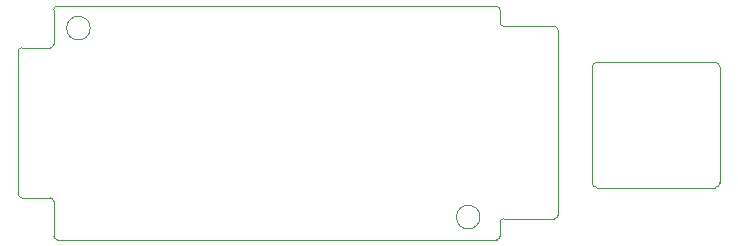
<source format=gm1>
G04 #@! TF.GenerationSoftware,KiCad,Pcbnew,(6.0.1)*
G04 #@! TF.CreationDate,2023-03-18T21:32:40+01:00*
G04 #@! TF.ProjectId,usb-magnetometer,7573622d-6d61-4676-9e65-746f6d657465,rev?*
G04 #@! TF.SameCoordinates,Original*
G04 #@! TF.FileFunction,Profile,NP*
%FSLAX46Y46*%
G04 Gerber Fmt 4.6, Leading zero omitted, Abs format (unit mm)*
G04 Created by KiCad (PCBNEW (6.0.1)) date 2023-03-18 21:32:40*
%MOMM*%
%LPD*%
G01*
G04 APERTURE LIST*
G04 #@! TA.AperFunction,Profile*
%ADD10C,0.100000*%
G04 #@! TD*
G04 APERTURE END LIST*
D10*
X89200000Y-151250000D02*
G75*
G03*
X88900000Y-151550000I0J-300000D01*
G01*
X51100000Y-152700000D02*
G75*
G03*
X51400000Y-153000000I300000J0D01*
G01*
X88600000Y-133250000D02*
X51400000Y-133250000D01*
X88600000Y-153000000D02*
G75*
G03*
X88900000Y-152700000I0J300000D01*
G01*
X51400000Y-133250000D02*
G75*
G03*
X51100000Y-133550000I0J-300000D01*
G01*
X107500000Y-138400000D02*
G75*
G03*
X107100000Y-138000000I-399999J1D01*
G01*
X107100000Y-148600000D02*
G75*
G03*
X107500000Y-148200000I1J399999D01*
G01*
X51100000Y-149750000D02*
G75*
G03*
X50800000Y-149450000I-300000J0D01*
G01*
X48400000Y-136750000D02*
G75*
G03*
X48100000Y-137050000I0J-300000D01*
G01*
X93500000Y-151250000D02*
G75*
G03*
X93800000Y-150950000I0J300000D01*
G01*
X96700000Y-138400000D02*
X96700000Y-148200000D01*
X51100000Y-149750000D02*
X51100000Y-152700000D01*
X54200000Y-135100000D02*
G75*
G03*
X54200000Y-135100000I-1000000J0D01*
G01*
X93500000Y-134950000D02*
X89200000Y-134950000D01*
X97100000Y-138000000D02*
G75*
G03*
X96700000Y-138400000I-1J-399999D01*
G01*
X93800000Y-135250000D02*
G75*
G03*
X93500000Y-134950000I-300000J0D01*
G01*
X48400000Y-149450000D02*
X50800000Y-149450000D01*
X88900000Y-134650000D02*
X88900000Y-133550000D01*
X96700000Y-148200000D02*
G75*
G03*
X97100000Y-148600000I399999J-1D01*
G01*
X88900000Y-134650000D02*
G75*
G03*
X89200000Y-134950000I300000J0D01*
G01*
X51400000Y-153000000D02*
X88600000Y-153000000D01*
X51100000Y-136450000D02*
X51100000Y-133550000D01*
X48100000Y-149150000D02*
G75*
G03*
X48400000Y-149450000I300000J0D01*
G01*
X88900000Y-152700000D02*
X88900000Y-151550000D01*
X89200000Y-151250000D02*
X93500000Y-151250000D01*
X88900000Y-133550000D02*
G75*
G03*
X88600000Y-133250000I-300000J0D01*
G01*
X87200000Y-151100000D02*
G75*
G03*
X87200000Y-151100000I-1000000J0D01*
G01*
X48100000Y-149150000D02*
X48100000Y-137050000D01*
X48400000Y-136750000D02*
X50800000Y-136750000D01*
X107500000Y-148200000D02*
X107500000Y-138400000D01*
X97100000Y-148600000D02*
X107100000Y-148600000D01*
X93800000Y-150950000D02*
X93800000Y-135250000D01*
X107100000Y-138000000D02*
X97100000Y-138000000D01*
X50800000Y-136750000D02*
G75*
G03*
X51100000Y-136450000I0J300000D01*
G01*
M02*

</source>
